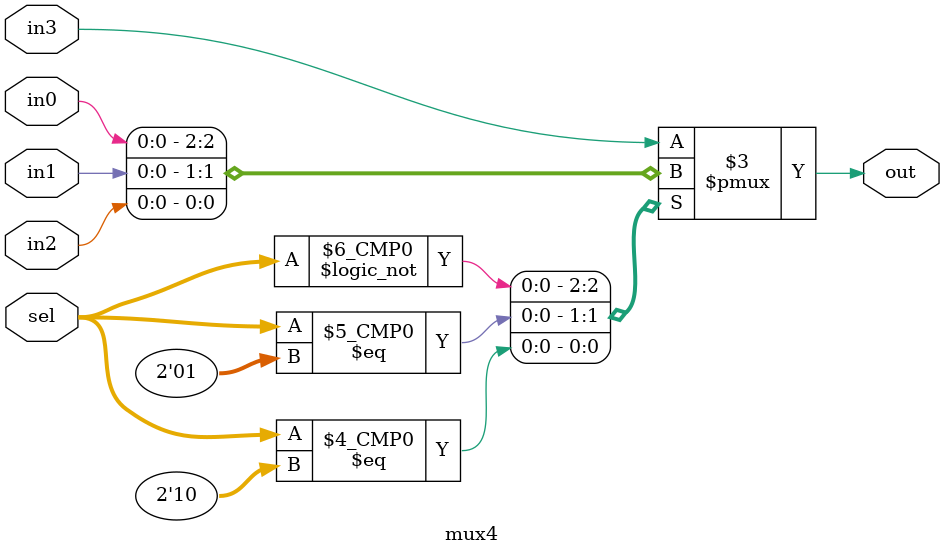
<source format=sv>
module mux4 #(
    parameter WIDTH = 1
)(
    input logic [1:0]           sel,
    input logic [WIDTH-1:0]     in0,
    input logic [WIDTH-1:0]     in1,
    input logic [WIDTH-1:0]     in2,
    input logic [WIDTH-1:0]     in3,
    output logic [WIDTH-1:0]    out

);
    always_comb begin
        case (sel)
            0:          out = in0;
            1:          out = in1;
            2:          out = in2;
            default:    out = in3;
        endcase
    end
    
endmodule

</source>
